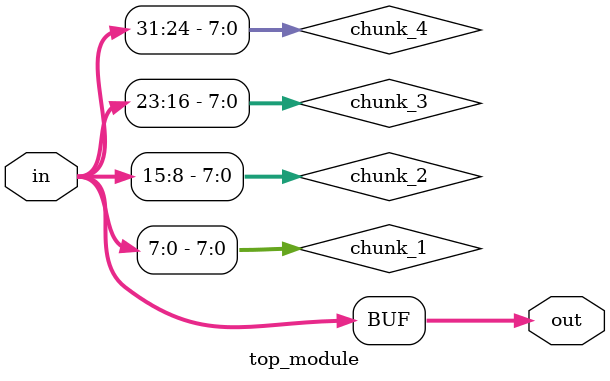
<source format=sv>
module top_module (
	input [31:0] in,
	output [31:0] out
);

	// Define internal wires to store rearranged bits
	wire [7:0] chunk_1, chunk_2, chunk_3, chunk_4;

	// Assign each chunk of input bits to corresponding chunks of output
	assign chunk_1 = in[7:0];
	assign chunk_2 = in[15:8];
	assign chunk_3 = in[23:16];
	assign chunk_4 = in[31:24];

	// Concatenate the rearranged chunks to form the output
	assign out = {chunk_4, chunk_3, chunk_2, chunk_1};

endmodule

</source>
